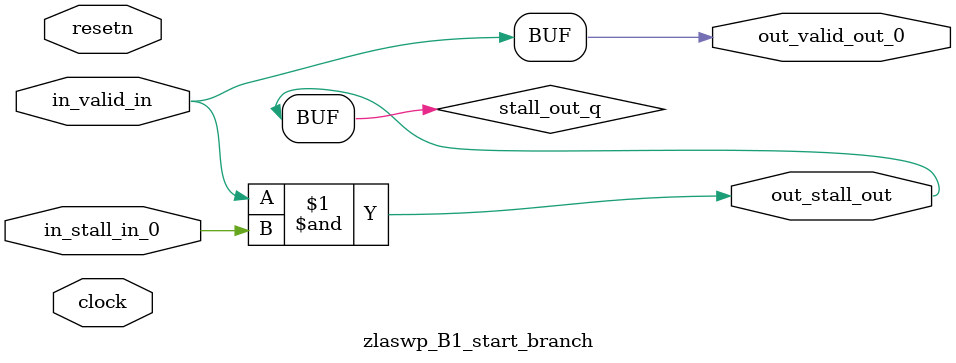
<source format=sv>



(* altera_attribute = "-name AUTO_SHIFT_REGISTER_RECOGNITION OFF; -name MESSAGE_DISABLE 10036; -name MESSAGE_DISABLE 10037; -name MESSAGE_DISABLE 14130; -name MESSAGE_DISABLE 14320; -name MESSAGE_DISABLE 15400; -name MESSAGE_DISABLE 14130; -name MESSAGE_DISABLE 10036; -name MESSAGE_DISABLE 12020; -name MESSAGE_DISABLE 12030; -name MESSAGE_DISABLE 12010; -name MESSAGE_DISABLE 12110; -name MESSAGE_DISABLE 14320; -name MESSAGE_DISABLE 13410; -name MESSAGE_DISABLE 113007; -name MESSAGE_DISABLE 10958" *)
module zlaswp_B1_start_branch (
    input wire [0:0] in_stall_in_0,
    input wire [0:0] in_valid_in,
    output wire [0:0] out_stall_out,
    output wire [0:0] out_valid_out_0,
    input wire clock,
    input wire resetn
    );

    wire [0:0] stall_out_q;


    // stall_out(LOGICAL,6)
    assign stall_out_q = in_valid_in & in_stall_in_0;

    // out_stall_out(GPOUT,4)
    assign out_stall_out = stall_out_q;

    // out_valid_out_0(GPOUT,5)
    assign out_valid_out_0 = in_valid_in;

endmodule

</source>
